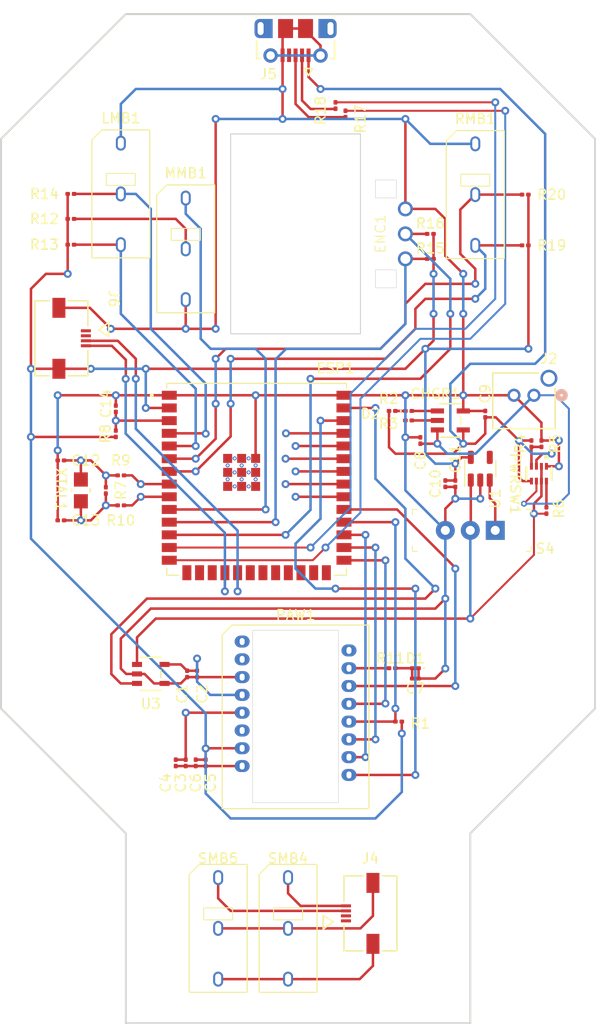
<source format=kicad_pcb>
(kicad_pcb (version 20221018) (generator pcbnew)
  (layers (0 "F.Cu" signal) (31 "B.Cu" signal) (34 "B.Paste" user) (35 "F.Paste" user) (36 "B.SilkS" user "B.Silkscreen") (37 "F.SilkS" user "F.Silkscreen") (38 "B.Mask" user) (39 "F.Mask" user) (44 "Edge.Cuts" user))
  (net 0 "")
  (net 1 "PWR_1.9V")
  (net 2 "VDDREG")
  (net 3 "GND1")
  (net 4 "Net-(D1-A)")
  (net 5 "+BATT")
  (net 6 "VBUS")
  (net 7 "Net-(C12-Pad2)")
  (net 8 "Net-(C13-Pad2)")
  (net 9 "EN")
  (net 10 "SW1_NO")
  (net 11 "SW1_NC")
  (net 12 "SW2_NO")
  (net 13 "Net-(CHGR1-STAT)")
  (net 14 "Net-(CHGR1-VSS)")
  (net 15 "Net-(D2-K)")
  (net 16 "SW2_NC")
  (net 17 "PWR_1.9V_EN")
  (net 18 "SW5_NO")
  (net 19 "SCROLL_UP")
  (net 20 "SCROLL_DOWN")
  (net 21 "SW3_COM")
  (net 22 "SW4_COM")
  (net 23 "XTAL1")
  (net 24 "XTAL2")
  (net 25 "SCROLL_CLICK")
  (net 26 "USB_D-")
  (net 27 "USB_D+")
  (net 28 "LED_R")
  (net 29 "LED_G")
  (net 30 "LED_B")
  (net 38 "NCS")
  (net 39 "MOSI")
  (net 40 "SCLK")
  (net 41 "MISO")
  (net 42 "NRESET")
  (net 43 "TCK")
  (net 44 "TDO")
  (net 45 "TDI")
  (net 46 "TMS")
  (net 47 "RXD0")
  (net 48 "TXD0")
  (net 49 "MOTION")
  (net 50 "Net-(J5-D-)")
  (net 51 "Net-(J5-D+)")
  (net 56 "LED_P")
  (net 58 "PWR_OUT")
  (net 59 "Net-(PWRSW1-PR1)")
  (net 60 "PWRSTAT")
  (net 61 "PWR_EN")
  (net 63 "GND")
  (net 64 "PWR_3.3V")
  (net 69 "PWR_3.3V_OFF")
  (net 70 "SW4_COM_OFF")
  (net 71 "SW3_COM_OFF")
  (net 72 "GND_OFF")
  (footprint "Resistor_SMD:R_0201_0603Metric" (layer "F.Cu") (at 244.2 51.52 180)
    (fp_text reference "R20")
    (fp_text value "10k" hide)
  )
  (footprint "Resistor_SMD:R_0201_0603Metric" (layer "F.Cu") (at 225.2 42.605 -90)
    (fp_text reference "R18")
    (fp_text value "22" hide)
  )
  (footprint "Resistor_SMD:R_0201_0603Metric" (layer "F.Cu") (at 231.52 104.2575)
    (fp_text reference "R1")
    (fp_text value "10k" hide)
  )
  (footprint "Capacitor_SMD:C_0201_0603Metric" (layer "F.Cu") (at 233.2 99.95)
    (fp_text reference "C7")
    (fp_text value "33uF" hide)
  )
  (footprint "Resistor_SMD:R_0201_0603Metric" (layer "F.Cu") (at 202.2 81.12 -90)
    (fp_text reference "R7")
    (fp_text value "??" hide)
  )
  (footprint "Package_TO_SOT_SMD:SOT-23-5" (layer "F.Cu") (at 239.7 78.95 90)
    (fp_text reference "U1")
    (fp_text value "AP2112K-3.3" hide)
  )
  (footprint "Resistor_SMD:R_0201_0603Metric" (layer "F.Cu") (at 232.52 73.169999)
    (fp_text reference "R2")
    (fp_text value "470" hide)
  )
  (footprint "switch_kailh:KailhSw" (layer "F.Cu") (at 210.2 51.87 -90)
    (fp_text reference "MMB1")
    (fp_text value "~" hide)
  )
  (footprint "Resistor_SMD:R_0201_0603Metric" (layer "F.Cu") (at 230.88 98.9175)
    (fp_text reference "R11")
    (fp_text value "5.6" hide)
  )
  (footprint "Resistor_SMD:R_0201_0603Metric" (layer "F.Cu") (at 203.7 82.62 180)
    (fp_text reference "R10")
    (fp_text value "0" hide)
  )
  (footprint "molex_4pin:CON_5051100492_MOL" (layer "F.Cu") (at 228.7 123.45 90)
    (fp_text reference "J4")
    (fp_text value "5051100492" hide)
  )
  (footprint "Resistor_SMD:R_0201_0603Metric" (layer "F.Cu") (at 226.2 43.45 -90)
    (fp_text reference "R17")
    (fp_text value "22" hide)
  )
  (footprint "Capacitor_SMD:C_0201_0603Metric" (layer "F.Cu") (at 237.2 80.45 90)
    (fp_text reference "C11")
    (fp_text value "0.1uF" hide)
  )
  (footprint "Resistor_SMD:R_0201_0603Metric" (layer "F.Cu") (at 203.7 79.62 180)
    (fp_text reference "R9")
    (fp_text value "0" hide)
  )
  (footprint "Capacitor_SMD:C_0201_0603Metric" (layer "F.Cu") (at 233.7 76.13 -90)
    (fp_text reference "C8")
    (fp_text value "4.7uF" hide)
  )
  (footprint "Capacitor_SMD:C_0201_0603Metric" (layer "F.Cu") (at 203.2 72.95 -90)
    (fp_text reference "C14")
    (fp_text value "1uF" hide)
  )
  (footprint "molex_4pin:CON_5051100492_MOL" (layer "F.Cu") (at 197.75 65.900001 -90)
    (fp_text reference "J6")
    (fp_text value "5051100492" hide)
  )
  (footprint "LED_SMD:LED_0201_0603Metric" (layer "F.Cu") (at 230.88 73.169999 180)
    (fp_text reference "D2")
    (fp_text value "LED" hide)
  )
  (footprint "TTC_GOLD_ENCODER:TTC_GOLD_ENCODER" (layer "F.Cu") (at 232.2 55.45 90)
    (fp_text reference "ENC1")
    (fp_text value "~" hide)
    (fp_rect (start -5.4 -3) (end -3.6 -0.9) (stroke (width 0.05)) (fill none) (layer "Edge.Cuts"))
    (fp_rect (start 3.6 -3) (end 5.4 -0.9) (stroke (width 0.05)) (fill none) (layer "Edge.Cuts"))
  )
  (footprint "usb_micro:MOLEX_1050170001" (layer "F.Cu") (at 221.2 33.45 180)
    (fp_text reference "J5")
    (fp_text value "USB_B_Micro" hide)
  )
  (footprint "Resistor_SMD:R_0201_0603Metric" (layer "F.Cu") (at 203.2 75.45 90)
    (fp_text reference "R8")
    (fp_text value "10k" hide)
  )
  (footprint "Resistor_SMD:R_0201_0603Metric" (layer "F.Cu") (at 232.52 74.12)
    (fp_text reference "R3")
    (fp_text value "2k" hide)
  )
  (footprint "switch_kailh:KailhSw" (layer "F.Cu") (at 203.7 46.37 -90)
    (fp_text reference "LMB1")
    (fp_text value "~" hide)
  )
  (footprint "Capacitor_SMD:C_0201_0603Metric" (layer "F.Cu") (at 210.2 108.3875 -90)
    (fp_text reference "C3")
    (fp_text value "100nF" hide)
  )
  (footprint "RT3215_32_768_12_5_TR:RT3215_RAL" (layer "F.Cu") (at 199.7 81.12 -90)
    (fp_text reference "XTAL1")
    (fp_text value "RT3215-32.768-12.5-TR" hide)
  )
  (footprint "Resistor_SMD:R_0201_0603Metric" (layer "F.Cu") (at 198.7 56.53)
    (fp_text reference "R13")
    (fp_text value "10k" hide)
  )
  (footprint "Capacitor_SMD:C_0201_0603Metric" (layer "F.Cu") (at 209.2 108.3875 90)
    (fp_text reference "C4")
    (fp_text value "4.7uF" hide)
  )
  (footprint "switch_kailh:KailhSw" (layer "F.Cu") (at 239.2 46.44 -90)
    (fp_text reference "RMB1")
    (fp_text value "~" hide)
  )
  (footprint "Resistor_SMD:R_0201_0603Metric" (layer "F.Cu") (at 198.7 53.95)
    (fp_text reference "R12")
    (fp_text value "10k" hide)
  )
  (footprint "Capacitor_SMD:C_0201_0603Metric" (layer "F.Cu") (at 236.2 80.45 90)
    (fp_text reference "C10")
    (fp_text value "22uF" hide)
  )
  (footprint "Resistor_SMD:R_0201_0603Metric" (layer "F.Cu") (at 244.824999 76.45 -90)
    (fp_text reference "R4")
    (fp_text value "10k" hide)
  )
  (footprint "Resistor_SMD:R_0201_0603Metric" (layer "F.Cu") (at 234.7 57.95)
    (fp_text reference "R15")
    (fp_text value "10k" hide)
  )
  (footprint "Resistor_SMD:R_0201_0603Metric" (layer "F.Cu") (at 244.2 56.6 180)
    (fp_text reference "R19")
    (fp_text value "10k" hide)
  )
  (footprint "Resistor_SMD:R_0201_0603Metric" (layer "F.Cu") (at 198.7 51.45)
    (fp_text reference "R14")
    (fp_text value "10k" hide)
  )
  (footprint "Resistor_SMD:R_0201_0603Metric" (layer "F.Cu") (at 234.7 55.45)
    (fp_text reference "R16")
    (fp_text value "10k" hide)
  )
  (footprint "switch_kailh:KailhSw" (layer "F.Cu") (at 213.45 119.87 -90)
    (fp_text reference "SMB5")
    (fp_text value "~" hide)
  )
  (footprint "switch_kailh:KailhSw" (layer "F.Cu") (at 220.45 119.87 -90)
    (fp_text reference "SMB4")
    (fp_text value "~" hide)
  )
  (footprint "ESP32-S3-WROOM-1U:ESP32-S3-WROOM-1U" (layer "F.Cu") (at 217.3 80.01)
    (fp_text reference "ESP1")
    (fp_text value "ESP32-S3-WROOM-1U" hide)
  )
  (footprint "Capacitor_SMD:C_0201_0603Metric" (layer "F.Cu") (at 211.3375 99.4875 90)
    (fp_text reference "C1")
    (fp_text value "10uF" hide)
  )
  (footprint "MCP73831T_2ACI_OT:SOT-23-5_MC_MCH" (layer "F.Cu") (at 236.7 74.12)
    (fp_text reference "CHGR1")
    (fp_text value "MCP73831T-2ACI/OT" hide)
  )
  (footprint "Capacitor_SMD:C_0201_0603Metric" (layer "F.Cu") (at 197.7 78.12)
    (fp_text reference "C12")
    (fp_text value "12pF" hide)
  )
  (footprint "LED_SMD:LED_0201_0603Metric" (layer "F.Cu") (at 233.2 98.9175 180)
    (fp_text reference "D1")
    (fp_text value "LED" hide)
  )
  (footprint "TPS78319DDCT:DDC5_TEX" (layer "F.Cu") (at 206.7 99.4875)
    (fp_text reference "U3")
    (fp_text value "TPS78319DDCT" hide)
  )
  (footprint "Capacitor_SMD:C_0201_0603Metric" (layer "F.Cu") (at 210.3375 99.4875 -90)
    (fp_text reference "C2")
    (fp_text value "10uF" hide)
  )
  (footprint "Capacitor_SMD:C_0201_0603Metric" (layer "F.Cu") (at 211.2 108.3875 90)
    (fp_text reference "C6")
    (fp_text value "10uF" hide)
  )
  (footprint "Capacitor_SMD:C_0201_0603Metric" (layer "F.Cu") (at 212.2 108.3875 -90)
    (fp_text reference "C5")
    (fp_text value "100nF" hide)
  )
  (footprint "Resistor_SMD:R_0201_0603Metric" (layer "F.Cu") (at 246.325001 83.13 90)
    (fp_text reference "R6")
    (fp_text value "10k" hide)
  )
  (footprint "conn_bat:CONN_B02B-PASK-1_JST" (layer "F.Cu") (at 245.075 71.6)
    (fp_text reference "J2")
    (fp_text value "B02B-PASK-1" hide)
  )
  (footprint "Capacitor_SMD:C_0201_0603Metric" (layer "F.Cu") (at 240.2 73.489999 -90)
    (fp_text reference "C9")
    (fp_text value "4.7uF" hide)
  )
  (footprint "Resistor_SMD:R_0201_0603Metric" (layer "F.Cu") (at 245.825 76.45 -90)
    (fp_text reference "R5")
    (fp_text value "10k" hide)
  )
  (footprint "digikey-footprints:Switch_Slide_11.6x4mm_EG1218" (layer "F.Cu") (at 241.2 85.12 180)
    (fp_text reference "S4")
    (fp_text value "EG1218" hide)
  )
  (footprint "sensor_paw3395:PAW3395" (layer "F.Cu") (at 226.55 109.5975 -90)
    (fp_text reference "PAW1")
    (fp_text value "~" hide)
    (fp_rect (start -14.48 1.05) (end 2.78 9.65) (stroke (width 0.05)) (fill none) (layer "Edge.Cuts"))
  )
  (footprint "TPS2116DRLR:DRL0008A-MFG" (layer "F.Cu") (at 245.575 79.45 -90)
    (fp_text reference "PWRSW1")
    (fp_text value "TPS2116DRLR" hide)
  )
  (footprint "Capacitor_SMD:C_0201_0603Metric" (layer "F.Cu") (at 197.7 84.12)
    (fp_text reference "C13")
    (fp_text value "12pF" hide)
  )
  (gr_poly (pts (xy 204.2 134.45) (xy 238.7 134.45) (xy 238.7 115.45) (xy 251.2 102.95) (xy 251.2 45.95) (xy 238.7 33.45) (xy 204.2 33.45) (xy 191.7 45.95) (xy 191.7 102.95) (xy 204.2 115.45)) (stroke (width 0.2)) (fill none) (layer "Edge.Cuts"))
  (gr_rect (start 214.7 45.45) (end 227.7 65.45) (stroke (width 0.1)) (fill none) (layer "Edge.Cuts"))
  (segment (start 210.3375 99.1675) (end 209.707499 98.537499) (width 0.25) (layer "F.Cu") (net 1))
  (segment (start 211.3375 99.1675) (end 210.3375 99.1675) (width 0.25) (layer "F.Cu") (net 1))
  (segment (start 209.707499 98.537499) (end 208.07795 98.537499) (width 0.25) (layer "F.Cu") (net 1))
  (segment (start 211.3375 99.1675) (end 211.3375 97.95) (width 0.25) (layer "F.Cu") (net 1))
  (via (at 211.3375 97.95) (size 0.8) (drill 0.4) (layers "F.Cu" "B.Cu") (net 1))
  (segment (start 211.3375 100.26875) (end 212.65625 101.5875) (width 0.25) (layer "B.Cu") (net 1))
  (segment (start 211.3375 97.95) (end 211.3375 100.26875) (width 0.25) (layer "B.Cu") (net 1))
  (segment (start 212.65625 101.5875) (end 215.85 101.5875) (width 0.25) (layer "B.Cu") (net 1))
  (segment (start 210.2 103.3675) (end 215.85 103.3675) (width 0.25) (layer "F.Cu") (net 2))
  (segment (start 210.2 108.0675) (end 210.2 103.3675) (width 0.25) (layer "F.Cu") (net 2))
  (segment (start 209.2 108.0675) (end 210.2 108.0675) (width 0.25) (layer "F.Cu") (net 2))
  (via (at 210.2 103.3675) (size 0.8) (drill 0.4) (layers "F.Cu" "B.Cu") (net 2))
  (segment (start 210.2 108.7075) (end 209.2 108.7075) (width 0.25) (layer "F.Cu") (net 3))
  (segment (start 211.2 108.7075) (end 210.2 108.7075) (width 0.25) (layer "F.Cu") (net 3))
  (segment (start 212.2 108.7075) (end 211.2 108.7075) (width 0.25) (layer "F.Cu") (net 3))
  (segment (start 215.85 108.7075) (end 212.2 108.7075) (width 0.25) (layer "F.Cu") (net 3))
  (segment (start 231.2 98.9175) (end 232.88 98.9175) (width 0.25) (layer "F.Cu") (net 4))
  (segment (start 232.88 98.9175) (end 232.88 99.95) (width 0.25) (layer "F.Cu") (net 4))
  (segment (start 245.325 80.190001) (end 245.325 81.2) (width 0.2) (layer "F.Cu") (net 5))
  (segment (start 235.4046 76.45) (end 233.7 76.45) (width 0.25) (layer "F.Cu") (net 5))
  (segment (start 245.325 81.2) (end 244.075 82.45) (width 0.2) (layer "F.Cu") (net 5))
  (segment (start 235.4046 75.070001) (end 235.4046 76.45) (width 0.25) (layer "F.Cu") (net 5))
  (via (at 244.075 82.45) (size 0.6) (drill 0.3) (layers "F.Cu" "B.Cu") (net 5))
  (via (at 235.4046 76.45) (size 0.8) (drill 0.4) (layers "F.Cu" "B.Cu") (net 5))
  (segment (start 247.575 82.45) (end 248.575 81.45) (width 0.2) (layer "B.Cu") (net 5))
  (segment (start 244.075 82.45) (end 247.575 82.45) (width 0.2) (layer "B.Cu") (net 5))
  (segment (start 236.4046 77.45) (end 239.2 77.45) (width 0.25) (layer "B.Cu") (net 5))
  (segment (start 239.225001 77.45) (end 245.075001 71.6) (width 0.25) (layer "B.Cu") (net 5))
  (segment (start 248.575 72.95) (end 247.225 71.6) (width 0.2) (layer "B.Cu") (net 5))
  (segment (start 248.575 81.45) (end 248.575 72.95) (width 0.2) (layer "B.Cu") (net 5))
  (segment (start 235.4046 76.45) (end 236.4046 77.45) (width 0.25) (layer "B.Cu") (net 5))
  (segment (start 247.225 71.6) (end 245.075001 71.6) (width 0.2) (layer "B.Cu") (net 5))
  (segment (start 230.56 76.81) (end 230.56 73.169999) (width 0.25) (layer "F.Cu") (net 6))
  (segment (start 245.325 78.075) (end 245.95 77.45) (width 0.25) (layer "F.Cu") (net 6))
  (segment (start 240.2 75.45) (end 240.2 73.809999) (width 0.25) (layer "F.Cu") (net 6))
  (segment (start 231.2 77.45) (end 230.56 76.81) (width 0.25) (layer "F.Cu") (net 6))
  (segment (start 243.575 79.825) (end 243.575 76.13) (width 0.25) (layer "F.Cu") (net 6))
  (segment (start 245.95 77.45) (end 246.8505 77.45) (width 0.25) (layer "F.Cu") (net 6))
  (segment (start 222.5 39.75) (end 222.5 37.575) (width 0.25) (layer "F.Cu") (net 6))
  (segment (start 239.2 76.45) (end 240.2 75.45) (width 0.25) (layer "F.Cu") (net 6))
  (segment (start 240.2 73.809999) (end 241.254999 73.809999) (width 0.25) (layer "F.Cu") (net 6))
  (segment (start 237.9954 76.45) (end 239.2 76.45) (width 0.25) (layer "F.Cu") (net 6))
  (segment (start 245.325 78.709999) (end 245.325 78.075) (width 0.25) (layer "F.Cu") (net 6))
  (segment (start 243.940001 80.190001) (end 243.575 79.825) (width 0.25) (layer "F.Cu") (net 6))
  (segment (start 244.824999 80.190001) (end 243.940001 80.190001) (width 0.25) (layer "F.Cu") (net 6))
  (segment (start 223.7 40.95) (end 222.5 39.75) (width 0.25) (layer "F.Cu") (net 6))
  (segment (start 244.824999 76.13) (end 243.575 76.13) (width 0.25) (layer "F.Cu") (net 6))
  (segment (start 241.254999 73.809999) (end 243.575 76.13) (width 0.25) (layer "F.Cu") (net 6))
  (segment (start 243.53 76.175) (end 243.575 76.13) (width 0.25) (layer "F.Cu") (net 6))
  (segment (start 237.9954 76.45) (end 237.9954 75.070001) (width 0.25) (layer "F.Cu") (net 6))
  (segment (start 236.9954 77.45) (end 231.2 77.45) (width 0.25) (layer "F.Cu") (net 6))
  (segment (start 237.9954 76.45) (end 236.9954 77.45) (width 0.25) (layer "F.Cu") (net 6))
  (via (at 246.8505 77.45) (size 0.8) (drill 0.4) (layers "F.Cu" "B.Cu") (net 6))
  (via (at 237.9954 76.45) (size 0.8) (drill 0.4) (layers "F.Cu" "B.Cu") (net 6))
  (via (at 243.575 76.13) (size 0.8) (drill 0.4) (layers "F.Cu" "B.Cu") (net 6))
  (via (at 223.7 40.95) (size 0.8) (drill 0.4) (layers "F.Cu" "B.Cu") (net 6))
  (segment (start 223.7 40.95) (end 241.7 40.95) (width 0.25) (layer "B.Cu") (net 6))
  (segment (start 236.7 70.45) (end 236.7 75.1546) (width 0.25) (layer "B.Cu") (net 6))
  (segment (start 246.8505 77.45) (end 244.895 77.45) (width 0.25) (layer "B.Cu") (net 6))
  (segment (start 246.2 67.45) (end 245.2 68.45) (width 0.25) (layer "B.Cu") (net 6))
  (segment (start 238.7 68.45) (end 236.7 70.45) (width 0.25) (layer "B.Cu") (net 6))
  (segment (start 244.895 77.45) (end 243.575 76.13) (width 0.25) (layer "B.Cu") (net 6))
  (segment (start 245.2 68.45) (end 238.7 68.45) (width 0.25) (layer "B.Cu") (net 6))
  (segment (start 236.7 75.1546) (end 237.9954 76.45) (width 0.25) (layer "B.Cu") (net 6))
  (segment (start 246.2 45.45) (end 246.2 67.45) (width 0.25) (layer "B.Cu") (net 6))
  (segment (start 241.7 40.95) (end 246.2 45.45) (width 0.25) (layer "B.Cu") (net 6))
  (segment (start 199.7 78.12) (end 200.7 78.12) (width 0.25) (layer "F.Cu") (net 7))
  (segment (start 202.2 79.62) (end 203.38 79.62) (width 0.25) (layer "F.Cu") (net 7))
  (segment (start 199.7 78.12) (end 199.7 80.0278) (width 0.25) (layer "F.Cu") (net 7))
  (segment (start 199.7 78.12) (end 198.02 78.12) (width 0.25) (layer "F.Cu") (net 7))
  (segment (start 202.2 80.8) (end 202.2 79.62) (width 0.25) (layer "F.Cu") (net 7))
  (segment (start 200.7 78.12) (end 202.2 79.62) (width 0.25) (layer "F.Cu") (net 7))
  (via (at 202.2 79.62) (size 0.8) (drill 0.4) (layers "F.Cu" "B.Cu") (net 7))
  (via (at 199.7 78.12) (size 0.8) (drill 0.4) (layers "F.Cu" "B.Cu") (net 7))
  (segment (start 202.2 82.62) (end 203.38 82.62) (width 0.25) (layer "F.Cu") (net 8))
  (segment (start 200.7 84.12) (end 202.2 82.62) (width 0.25) (layer "F.Cu") (net 8))
  (segment (start 199.7 84.12) (end 200.7 84.12) (width 0.25) (layer "F.Cu") (net 8))
  (segment (start 199.7 84.12) (end 199.7 82.2122) (width 0.25) (layer "F.Cu") (net 8))
  (segment (start 202.2 82.62) (end 202.2 81.44) (width 0.25) (layer "F.Cu") (net 8))
  (segment (start 198.02 84.12) (end 199.7 84.12) (width 0.25) (layer "F.Cu") (net 8))
  (via (at 199.7 84.12) (size 0.8) (drill 0.4) (layers "F.Cu" "B.Cu") (net 8))
  (via (at 202.2 82.62) (size 0.8) (drill 0.4) (layers "F.Cu" "B.Cu") (net 8))
  (segment (start 203.2 74.14) (end 208.55 74.14) (width 0.25) (layer "F.Cu") (net 9))
  (segment (start 203.2 73.27) (end 203.2 74.14) (width 0.25) (layer "F.Cu") (net 9))
  (segment (start 203.2 75.13) (end 203.2 74.14) (width 0.25) (layer "F.Cu") (net 9))
  (via (at 203.2 74.14) (size 0.8) (drill 0.4) (layers "F.Cu" "B.Cu") (net 9))
  (segment (start 199.02 51.45) (end 203.7 51.45) (width 0.25) (layer "F.Cu") (net 10))
  (segment (start 212.2 75.45) (end 212.16 75.41) (width 0.25) (layer "F.Cu") (net 10))
  (segment (start 212.16 75.41) (end 208.55 75.41) (width 0.25) (layer "F.Cu") (net 10))
  (via (at 212.2 75.45) (size 0.8) (drill 0.4) (layers "F.Cu" "B.Cu") (net 10))
  (segment (start 205.2 51.45) (end 203.7 51.45) (width 0.25) (layer "B.Cu") (net 10))
  (segment (start 206.7 64.95) (end 206.7 52.95) (width 0.25) (layer "B.Cu") (net 10))
  (segment (start 212.2 70.45) (end 206.7 64.95) (width 0.25) (layer "B.Cu") (net 10))
  (segment (start 212.2 75.45) (end 212.2 70.45) (width 0.25) (layer "B.Cu") (net 10))
  (segment (start 206.7 52.95) (end 205.2 51.45) (width 0.25) (layer "B.Cu") (net 10))
  (segment (start 203.7 56.53) (end 199.02 56.53) (width 0.25) (layer "F.Cu") (net 11))
  (segment (start 211.2 76.68) (end 208.55 76.68) (width 0.25) (layer "F.Cu") (net 11))
  (via (at 211.2 76.68) (size 0.8) (drill 0.4) (layers "F.Cu" "B.Cu") (net 11))
  (segment (start 211.2 70.95) (end 203.7 63.45) (width 0.25) (layer "B.Cu") (net 11))
  (segment (start 211.2 76.68) (end 211.2 70.95) (width 0.25) (layer "B.Cu") (net 11))
  (segment (start 203.7 63.45) (end 203.7 56.53) (width 0.25) (layer "B.Cu") (net 11))
  (segment (start 239.13 51.52) (end 239.2 51.52) (width 0.25) (layer "F.Cu") (net 12))
  (segment (start 213.2 72.45) (end 213.2 75.95) (width 0.25) (layer "F.Cu") (net 12))
  (segment (start 232.2 62.45) (end 234.2 60.45) (width 0.25) (layer "F.Cu") (net 12))
  (segment (start 237.7 57.45) (end 237.7 53.02) (width 0.25) (layer "F.Cu") (net 12))
  (segment (start 229.7 66.95) (end 232.2 64.45) (width 0.25) (layer "F.Cu") (net 12))
  (segment (start 243.88 51.52) (end 239.2 51.52) (width 0.25) (layer "F.Cu") (net 12))
  (segment (start 213.2 75.95) (end 211.2 77.95) (width 0.25) (layer "F.Cu") (net 12))
  (segment (start 214.2 66.95) (end 229.7 66.95) (width 0.25) (layer "F.Cu") (net 12))
  (segment (start 234.2 60.45) (end 239.2 60.45) (width 0.25) (layer "F.Cu") (net 12))
  (segment (start 237.7 53.02) (end 239.2 51.52) (width 0.25) (layer "F.Cu") (net 12))
  (segment (start 208.55 77.95) (end 211.2 77.95) (width 0.25) (layer "F.Cu") (net 12))
  (segment (start 232.2 64.45) (end 232.2 62.45) (width 0.25) (layer "F.Cu") (net 12))
  (segment (start 213.2 67.95) (end 214.2 66.95) (width 0.25) (layer "F.Cu") (net 12))
  (segment (start 239.2 58.95) (end 237.7 57.45) (width 0.25) (layer "F.Cu") (net 12))
  (segment (start 239.2 60.45) (end 239.2 58.95) (width 0.25) (layer "F.Cu") (net 12))
  (via (at 213.2 72.45) (size 0.8) (drill 0.4) (layers "F.Cu" "B.Cu") (net 12))
  (via (at 239.2 60.45) (size 0.8) (drill 0.4) (layers "F.Cu" "B.Cu") (net 12))
  (via (at 213.2 67.95) (size 0.8) (drill 0.4) (layers "F.Cu" "B.Cu") (net 12))
  (via (at 211.2 77.95) (size 0.8) (drill 0.4) (layers "F.Cu" "B.Cu") (net 12))
  (segment (start 213.2 72.45) (end 213.2 67.95) (width 0.25) (layer "B.Cu") (net 12))
  (segment (start 233.02 73.169999) (end 235.4046 73.169999) (width 0.25) (layer "F.Cu") (net 13))
  (segment (start 233.02 74.12) (end 235.4046 74.12) (width 0.25) (layer "F.Cu") (net 14))
  (segment (start 231.2 73.169999) (end 232.2 73.169999) (width 0.25) (layer "F.Cu") (net 15))
  (segment (start 214.7 75.72) (end 214.7 72.45) (width 0.25) (layer "F.Cu") (net 16))
  (segment (start 233.2 62.95) (end 234.2 61.95) (width 0.25) (layer "F.Cu") (net 16))
  (segment (start 234.2 61.95) (end 239.2 61.95) (width 0.25) (layer "F.Cu") (net 16))
  (segment (start 211.2 79.22) (end 208.55 79.22) (width 0.25) (layer "F.Cu") (net 16))
  (segment (start 211.2 79.22) (end 214.7 75.72) (width 0.25) (layer "F.Cu") (net 16))
  (segment (start 243.88 56.6) (end 239.2 56.6) (width 0.25) (layer "F.Cu") (net 16))
  (segment (start 233.2 64.95) (end 233.2 62.95) (width 0.25) (layer "F.Cu") (net 16))
  (segment (start 214.7 67.95) (end 230.2 67.95) (width 0.25) (layer "F.Cu") (net 16))
  (segment (start 230.2 67.95) (end 233.2 64.95) (width 0.25) (layer "F.Cu") (net 16))
  (via (at 214.7 67.95) (size 0.8) (drill 0.4) (layers "F.Cu" "B.Cu") (net 16))
  (via (at 211.2 79.22) (size 0.8) (drill 0.4) (layers "F.Cu" "B.Cu") (net 16))
  (via (at 239.2 61.95) (size 0.8) (drill 0.4) (layers "F.Cu" "B.Cu") (net 16))
  (via (at 214.7 72.45) (size 0.8) (drill 0.4) (layers "F.Cu" "B.Cu") (net 16))
  (segment (start 240.2 57.6) (end 239.2 56.6) (width 0.25) (layer "B.Cu") (net 16))
  (segment (start 214.7 72.45) (end 214.7 67.95) (width 0.25) (layer "B.Cu") (net 16))
  (segment (start 239.2 61.95) (end 240.2 60.95) (width 0.25) (layer "B.Cu") (net 16))
  (segment (start 240.2 60.95) (end 240.2 57.6) (width 0.25) (layer "B.Cu") (net 16))
  (segment (start 206.313604 91.95) (end 234.2 91.95) (width 0.25) (layer "F.Cu") (net 17))
  (segment (start 205.32205 100.437501) (end 203.687501 100.437501) (width 0.25) (layer "F.Cu") (net 17))
  (segment (start 234.2 91.95) (end 235.2 90.95) (width 0.25) (layer "F.Cu") (net 17))
  (segment (start 202.75 95.513604) (end 206.313604 91.95) (width 0.25) (layer "F.Cu") (net 17))
  (segment (start 203.687501 100.437501) (end 202.75 99.5) (width 0.25) (layer "F.Cu") (net 17))
  (segment (start 229.2 72.87) (end 226.05 72.87) (width 0.25) (layer "F.Cu") (net 17))
  (segment (start 202.75 99.5) (end 202.75 95.513604) (width 0.25) (layer "F.Cu") (net 17))
  (via (at 235.2 90.95) (size 0.8) (drill 0.4) (layers "F.Cu" "B.Cu") (net 17))
  (via (at 229.2 72.87) (size 0.8) (drill 0.4) (layers "F.Cu" "B.Cu") (net 17))
  (segment (start 229.2 72.87) (end 229.2 79.95) (width 0.25) (layer "B.Cu") (net 17))
  (segment (start 229.2 79.95) (end 232.2 82.95) (width 0.25) (layer "B.Cu") (net 17))
  (segment (start 232.2 87.95) (end 235.2 90.95) (width 0.25) (layer "B.Cu") (net 17))
  (segment (start 232.2 82.95) (end 232.2 87.95) (width 0.25) (layer "B.Cu") (net 17))
  (segment (start 199.02 53.95) (end 209.2 53.95) (width 0.25) (layer "F.Cu") (net 18))
  (segment (start 209.2 53.95) (end 210.2 54.95) (width 0.25) (layer "F.Cu") (net 18))
  (segment (start 210.2 54.95) (end 210.2 56.95) (width 0.25) (layer "F.Cu") (net 18))
  (segment (start 219.2 84.3) (end 208.55 84.3) (width 0.25) (layer "F.Cu") (net 19))
  (segment (start 234.38 57.95) (end 232.2 57.95) (width 0.25) (layer "F.Cu") (net 19))
  (via (at 219.2 84.3) (size 0.8) (drill 0.4) (layers "F.Cu" "B.Cu") (net 19))
  (segment (start 232.2 64.45) (end 232.2 57.95) (width 0.25) (layer "B.Cu") (net 19))
  (segment (start 229.7 66.95) (end 232.2 64.45) (width 0.25) (layer "B.Cu") (net 19))
  (segment (start 220.259337 66.95) (end 229.7 66.95) (width 0.25) (layer "B.Cu") (net 19))
  (segment (start 219.2 68.009337) (end 220.259337 66.95) (width 0.25) (layer "B.Cu") (net 19))
  (segment (start 219.2 84.3) (end 219.2 68.009337) (width 0.25) (layer "B.Cu") (net 19))
  (segment (start 236.7 63.45) (end 236.7 66.95) (width 0.25) (layer "F.Cu") (net 20))
  (segment (start 233.7 69.95) (end 222.7 69.95) (width 0.25) (layer "F.Cu") (net 20))
  (segment (start 236.7 66.95) (end 233.7 69.95) (width 0.25) (layer "F.Cu") (net 20))
  (segment (start 220.2 85.57) (end 208.55 85.57) (width 0.25) (layer "F.Cu") (net 20))
  (segment (start 232.2 55.45) (end 234.38 55.45) (width 0.25) (layer "F.Cu") (net 20))
  (via (at 236.7 63.45) (size 0.8) (drill 0.4) (layers "F.Cu" "B.Cu") (net 20))
  (via (at 220.2 85.57) (size 0.8) (drill 0.4) (layers "F.Cu" "B.Cu") (net 20))
  (via (at 222.7 69.95) (size 0.8) (drill 0.4) (layers "F.Cu" "B.Cu") (net 20))
  (segment (start 236.7 59.95) (end 232.2 55.45) (width 0.25) (layer "B.Cu") (net 20))
  (segment (start 236.7 63.45) (end 236.7 59.95) (width 0.25) (layer "B.Cu") (net 20))
  (segment (start 222.7 83.07) (end 220.2 85.57) (width 0.25) (layer "B.Cu") (net 20))
  (segment (start 222.7 69.95) (end 222.7 83.07) (width 0.25) (layer "B.Cu") (net 20))
  (segment (start 205.2 67.95) (end 203.400001 66.150001) (width 0.25) (layer "F.Cu") (net 21))
  (segment (start 215.395 89.36) (end 215.395 91.2255) (width 0.25) (layer "F.Cu") (net 21))
  (segment (start 205.2 69.95) (end 205.2 67.95) (width 0.25) (layer "F.Cu") (net 21))
  (segment (start 203.400001 66.150001) (end 200.2 66.150001) (width 0.25) (layer "F.Cu") (net 21))
  (via (at 205.2 69.95) (size 0.8) (drill 0.4) (layers "F.Cu" "B.Cu") (net 21))
  (via (at 215.395 91.2255) (size 0.8) (drill 0.4) (layers "F.Cu" "B.Cu") (net 21))
  (segment (start 205.2 74.95) (end 215.395 85.145) (width 0.25) (layer "B.Cu") (net 21))
  (segment (start 205.2 69.95) (end 205.2 74.95) (width 0.25) (layer "B.Cu") (net 21))
  (segment (start 215.395 85.145) (end 215.395 91.2255) (width 0.25) (layer "B.Cu") (net 21))
  (segment (start 204.187701 69.962299) (end 204.2 69.95) (width 0.25) (layer "F.Cu") (net 22))
  (segment (start 204.2 68.05) (end 202.800002 66.650002) (width 0.25) (layer "F.Cu") (net 22))
  (segment (start 204.2 69.95) (end 204.2 68.05) (width 0.25) (layer "F.Cu") (net 22))
  (segment (start 214.125 89.36) (end 214.125 91.2255) (width 0.25) (layer "F.Cu") (net 22))
  (segment (start 202.800002 66.650002) (end 200.2 66.650002) (width 0.25) (layer "F.Cu") (net 22))
  (via (at 214.125 91.2255) (size 0.8) (drill 0.4) (layers "F.Cu" "B.Cu") (net 22))
  (via (at 204.187701 69.962299) (size 0.8) (drill 0.4) (layers "F.Cu" "B.Cu") (net 22))
  (segment (start 204.187701 69.962299) (end 204.187701 75.437701) (width 0.25) (layer "B.Cu") (net 22))
  (segment (start 214.132347 91.218153) (end 214.125 91.2255) (width 0.25) (layer "B.Cu") (net 22))
  (segment (start 204.187701 75.437701) (end 214.125 85.375) (width 0.25) (layer "B.Cu") (net 22))
  (segment (start 214.125 85.375) (end 214.125 91.2255) (width 0.25) (layer "B.Cu") (net 22))
  (segment (start 205.7 80.49) (end 208.55 80.49) (width 0.25) (layer "F.Cu") (net 23))
  (segment (start 204.83 79.62) (end 205.7 80.49) (width 0.25) (layer "F.Cu") (net 23))
  (segment (start 204.02 79.62) (end 204.83 79.62) (width 0.25) (layer "F.Cu") (net 23))
  (via (at 205.7 80.49) (size 0.8) (drill 0.4) (layers "F.Cu" "B.Cu") (net 23))
  (segment (start 204.84 82.62) (end 205.7 81.76) (width 0.25) (layer "F.Cu") (net 24))
  (segment (start 204.02 82.62) (end 204.84 82.62) (width 0.25) (layer "F.Cu") (net 24))
  (segment (start 208.55 81.76) (end 205.7 81.76) (width 0.25) (layer "F.Cu") (net 24))
  (via (at 205.7 81.76) (size 0.8) (drill 0.4) (layers "F.Cu" "B.Cu") (net 24))
  (segment (start 218.2 83.03) (end 208.55 83.03) (width 0.25) (layer "F.Cu") (net 25))
  (via (at 218.2 83.03) (size 0.8) (drill 0.4) (layers "F.Cu" "B.Cu") (net 25))
  (segment (start 212.7 66.95) (end 211.7 65.95) (width 0.25) (layer "B.Cu") (net 25))
  (segment (start 218.2 83.03) (end 218.2 67.95) (width 0.25) (layer "B.Cu") (net 25))
  (segment (start 211.7 65.95) (end 211.7 54.95) (width 0.25) (layer "B.Cu") (net 25))
  (segment (start 210.2 53.45) (end 210.2 51.87) (width 0.25) (layer "B.Cu") (net 25))
  (segment (start 217.2 66.95) (end 212.7 66.95) (width 0.25) (layer "B.Cu") (net 25))
  (segment (start 218.2 67.95) (end 217.2 66.95) (width 0.25) (layer "B.Cu") (net 25))
  (segment (start 211.7 54.95) (end 210.2 53.45) (width 0.25) (layer "B.Cu") (net 25))
  (segment (start 222.7 86.84) (end 208.55 86.84) (width 0.2) (layer "F.Cu") (net 26))
  (segment (start 225.2 42.285) (end 241.2 42.285) (width 0.2) (layer "F.Cu") (net 26))
  (via (at 241.2 42.285) (size 0.8) (drill 0.4) (layers "F.Cu" "B.Cu") (net 26))
  (via (at 222.7 86.84) (size 0.8) (drill 0.4) (layers "F.Cu" "B.Cu") (net 26))
  (segment (start 241.2 61.95) (end 241.2 42.285) (width 0.2) (layer "B.Cu") (net 26))
  (segment (start 238.2 64.95) (end 241.2 61.95) (width 0.2) (layer "B.Cu") (net 26))
  (segment (start 222.7 86.84) (end 226.7 82.84) (width 0.2) (layer "B.Cu") (net 26))
  (segment (start 226.7 71.45) (end 233.2 64.95) (width 0.2) (layer "B.Cu") (net 26))
  (segment (start 226.7 82.84) (end 226.7 71.45) (width 0.2) (layer "B.Cu") (net 26))
  (segment (start 233.2 64.95) (end 238.2 64.95) (width 0.2) (layer "B.Cu") (net 26))
  (segment (start 222.93 88.11) (end 208.55 88.11) (width 0.2) (layer "F.Cu") (net 27))
  (segment (start 224.2 86.84) (end 222.93 88.11) (width 0.2) (layer "F.Cu") (net 27))
  (segment (start 226.2 43.13) (end 242.2 43.13) (width 0.2) (layer "F.Cu") (net 27))
  (via (at 242.2 43.13) (size 0.8) (drill 0.4) (layers "F.Cu" "B.Cu") (net 27))
  (via (at 224.2 86.84) (size 0.8) (drill 0.4) (layers "F.Cu" "B.Cu") (net 27))
  (segment (start 233.7 65.95) (end 227.7 71.95) (width 0.2) (layer "B.Cu") (net 27))
  (segment (start 242.2 43.13) (end 242.2 62.45) (width 0.2) (layer "B.Cu") (net 27))
  (segment (start 242.2 62.45) (end 238.7 65.95) (width 0.2) (layer "B.Cu") (net 27))
  (segment (start 227.7 71.95) (end 227.7 83.34) (width 0.2) (layer "B.Cu") (net 27))
  (segment (start 227.7 83.34) (end 224.2 86.84) (width 0.2) (layer "B.Cu") (net 27))
  (segment (start 238.7 65.95) (end 233.7 65.95) (width 0.2) (layer "B.Cu") (net 27))
  (segment (start 230.2 88.12) (end 226.06 88.12) (width 0.25) (layer "F.Cu") (net 38))
  (segment (start 230.2 102.45) (end 230.1725 102.4775) (width 0.25) (layer "F.Cu") (net 38))
  (segment (start 226.06 88.12) (end 226.05 88.11) (width 0.25) (layer "F.Cu") (net 38))
  (segment (start 230.1725 102.4775) (end 226.55 102.4775) (width 0.25) (layer "F.Cu") (net 38))
  (via (at 230.2 88.12) (size 0.8) (drill 0.4) (layers "F.Cu" "B.Cu") (net 38))
  (via (at 230.2 102.45) (size 0.8) (drill 0.4) (layers "F.Cu" "B.Cu") (net 38))
  (segment (start 230.2 88.12) (end 230.2 102.45) (width 0.25) (layer "B.Cu") (net 38))
  (segment (start 229.2 86.84) (end 226.05 86.84) (width 0.25) (layer "F.Cu") (net 39))
  (segment (start 229.2 106.0375) (end 226.55 106.0375) (width 0.25) (layer "F.Cu") (net 39))
  (via (at 229.2 86.84) (size 0.8) (drill 0.4) (layers "F.Cu" "B.Cu") (net 39))
  (via (at 229.2 106.0375) (size 0.8) (drill 0.4) (layers "F.Cu" "B.Cu") (net 39))
  (segment (start 229.2 86.84) (end 229.2 105.95) (width 0.25) (layer "B.Cu") (net 39))
  (segment (start 229.218245 86.58351) (end 229.2 86.601755) (width 0.25) (layer "B.Cu") (net 39))
  (segment (start 228.2 85.57) (end 226.05 85.57) (width 0.25) (layer "F.Cu") (net 40))
  (segment (start 228.2 107.8175) (end 226.55 107.8175) (width 0.25) (layer "F.Cu") (net 40))
  (via (at 228.2 85.57) (size 0.8) (drill 0.4) (layers "F.Cu" "B.Cu") (net 40))
  (via (at 228.2 107.8175) (size 0.8) (drill 0.4) (layers "F.Cu" "B.Cu") (net 40))
  (segment (start 228.2 85.57) (end 228.2 107.95) (width 0.25) (layer "B.Cu") (net 40))
  (segment (start 231.2 104.2575) (end 226.55 104.2575) (width 0.25) (layer "F.Cu") (net 41))
  (segment (start 231.2 104.2575) (end 231.2 102.95) (width 0.25) (layer "F.Cu") (net 41))
  (segment (start 231.2 84.3) (end 226.05 84.3) (width 0.25) (layer "F.Cu") (net 41))
  (via (at 231.2 84.3) (size 0.8) (drill 0.4) (layers "F.Cu" "B.Cu") (net 41))
  (via (at 231.2 102.95) (size 0.8) (drill 0.4) (layers "F.Cu" "B.Cu") (net 41))
  (segment (start 231.2 84.3) (end 231.2 102.95) (width 0.25) (layer "B.Cu") (net 41))
  (segment (start 237.2 88.95) (end 237.2 88.862347) (width 0.25) (layer "F.Cu") (net 42))
  (segment (start 231.367653 83.03) (end 226.05 83.03) (width 0.25) (layer "F.Cu") (net 42))
  (segment (start 226.55 100.6975) (end 237.2 100.6975) (width 0.25) (layer "F.Cu") (net 42))
  (segment (start 237.2 88.862347) (end 231.367653 83.03) (width 0.25) (layer "F.Cu") (net 42))
  (via (at 237.2 88.95) (size 0.8) (drill 0.4) (layers "F.Cu" "B.Cu") (net 42))
  (via (at 237.2 100.6975) (size 0.8) (drill 0.4) (layers "F.Cu" "B.Cu") (net 42))
  (segment (start 237.2 88.95) (end 237.2 100.6975) (width 0.25) (layer "B.Cu") (net 42))
  (segment (start 226.05 81.76) (end 221.2 81.76) (width 0.25) (layer "F.Cu") (net 43))
  (via (at 221.2 81.76) (size 0.8) (drill 0.4) (layers "F.Cu" "B.Cu") (net 43))
  (segment (start 226.05 80.49) (end 220.2 80.49) (width 0.25) (layer "F.Cu") (net 44))
  (via (at 220.2 80.49) (size 0.8) (drill 0.4) (layers "F.Cu" "B.Cu") (net 44))
  (segment (start 226.05 79.22) (end 221.2 79.22) (width 0.25) (layer "F.Cu") (net 45))
  (via (at 221.2 79.22) (size 0.8) (drill 0.4) (layers "F.Cu" "B.Cu") (net 45))
  (segment (start 226.05 77.95) (end 220.2 77.95) (width 0.25) (layer "F.Cu") (net 46))
  (via (at 220.2 77.95) (size 0.8) (drill 0.4) (layers "F.Cu" "B.Cu") (net 46))
  (segment (start 221.2 76.68) (end 226.05 76.68) (width 0.25) (layer "F.Cu") (net 47))
  (via (at 221.2 76.68) (size 0.8) (drill 0.4) (layers "F.Cu" "B.Cu") (net 47))
  (segment (start 220.24 75.41) (end 226.05 75.41) (width 0.25) (layer "F.Cu") (net 48))
  (via (at 220.24 75.41) (size 0.8) (drill 0.4) (layers "F.Cu" "B.Cu") (net 48))
  (segment (start 223.7 74.14) (end 226.05 74.14) (width 0.25) (layer "F.Cu") (net 49))
  (segment (start 233.2 90.95) (end 225.2 90.95) (width 0.25) (layer "F.Cu") (net 49))
  (segment (start 233.2 109.5975) (end 226.55 109.5975) (width 0.25) (layer "F.Cu") (net 49))
  (via (at 233.2 90.95) (size 0.8) (drill 0.4) (layers "F.Cu" "B.Cu") (net 49))
  (via (at 223.7 74.14) (size 0.8) (drill 0.4) (layers "F.Cu" "B.Cu") (net 49))
  (via (at 225.2 90.95) (size 0.8) (drill 0.4) (layers "F.Cu" "B.Cu") (net 49))
  (via (at 233.2 109.5975) (size 0.8) (drill 0.4) (layers "F.Cu" "B.Cu") (net 49))
  (segment (start 221.2 86.45) (end 221.2 88.95) (width 0.25) (layer "B.Cu") (net 49))
  (segment (start 221.2 88.95) (end 223.2 90.95) (width 0.25) (layer "B.Cu") (net 49))
  (segment (start 223.7 83.95) (end 221.2 86.45) (width 0.25) (layer "B.Cu") (net 49))
  (segment (start 223.7 74.14) (end 223.7 83.95) (width 0.25) (layer "B.Cu") (net 49))
  (segment (start 223.2 90.95) (end 225.2 90.95) (width 0.25) (layer "B.Cu") (net 49))
  (segment (start 233.2 109.5975) (end 233.2 90.95) (width 0.25) (layer "B.Cu") (net 49))
  (segment (start 222.7 42.95) (end 225.2 42.95) (width 0.25) (layer "F.Cu") (net 50))
  (segment (start 221.85 37.575) (end 221.85 42.1) (width 0.25) (layer "F.Cu") (net 50))
  (segment (start 221.85 42.1) (end 222.7 42.95) (width 0.25) (layer "F.Cu") (net 50))
  (segment (start 222.52 43.77) (end 226.2 43.77) (width 0.25) (layer "F.Cu") (net 51))
  (segment (start 221.2 42.45) (end 222.52 43.77) (width 0.25) (layer "F.Cu") (net 51))
  (segment (start 221.2 37.575) (end 221.2 42.45) (width 0.25) (layer "F.Cu") (net 51))
  (segment (start 230.56 98.9175) (end 226.55 98.9175) (width 0.25) (layer "F.Cu") (net 56))
  (segment (start 238.75 80.0875) (end 238.75 85.07) (width 0.25) (layer "F.Cu") (net 58))
  (segment (start 205.32205 95.82795) (end 207.2 93.95) (width 0.25) (layer "F.Cu") (net 58))
  (segment (start 245.825 78.709999) (end 245.825 80.190001) (width 0.25) (layer "F.Cu") (net 58))
  (segment (start 205.32205 98.537499) (end 205.32205 95.82795) (width 0.25) (layer "F.Cu") (net 58))
  (segment (start 245.075 87.575) (end 238.7 93.95) (width 0.2) (layer "F.Cu") (net 58))
  (segment (start 207.2 93.95) (end 238.7 93.95) (width 0.25) (layer "F.Cu") (net 58))
  (segment (start 245.075 82.45) (end 245.825 81.7) (width 0.25) (layer "F.Cu") (net 58))
  (segment (start 246.325001 83.45) (end 245.075 83.45) (width 0.2) (layer "F.Cu") (net 58))
  (segment (start 245.075 83.45) (end 245.075 87.575) (width 0.2) (layer "F.Cu") (net 58))
  (segment (start 245.075 83.45) (end 245.075 82.45) (width 0.25) (layer "F.Cu") (net 58))
  (segment (start 245.825 81.7) (end 245.825 80.190001) (width 0.25) (layer "F.Cu") (net 58))
  (via (at 245.075 83.45) (size 0.8) (drill 0.4) (layers "F.Cu" "B.Cu") (net 58))
  (via (at 238.7 93.95) (size 0.8) (drill 0.4) (layers "F.Cu" "B.Cu") (net 58))
  (segment (start 238.7 85.12) (end 238.7 93.95) (width 0.25) (layer "B.Cu") (net 58))
  (segment (start 245.825 76.77) (end 244.824999 76.77) (width 0.25) (layer "F.Cu") (net 59))
  (segment (start 244.824999 76.77) (end 244.824999 78.709999) (width 0.25) (layer "F.Cu") (net 59))
  (segment (start 246.325001 82.81) (end 246.325001 80.190001) (width 0.25) (layer "F.Cu") (net 60))
  (segment (start 240.65 81.9) (end 241.2 82.45) (width 0.25) (layer "F.Cu") (net 61))
  (segment (start 241.2 82.45) (end 241.2 85.12) (width 0.25) (layer "F.Cu") (net 61))
  (segment (start 240.65 80.0875) (end 240.65 81.9) (width 0.25) (layer "F.Cu") (net 61))
  (segment (start 236.2 53.95) (end 235.2 52.95) (width 0.25) (layer "F.Cu") (net 63))
  (segment (start 203.7 95.95) (end 206.7 92.95) (width 0.25) (layer "F.Cu") (net 63))
  (segment (start 243.074999 71.6) (end 237.9954 71.6) (width 0.25) (layer "F.Cu") (net 63))
  (segment (start 236.2 82.95) (end 236.2 85.12) (width 0.25) (layer "F.Cu") (net 63))
  (segment (start 233.52 99.95) (end 235.2 99.95) (width 0.25) (layer "F.Cu") (net 63))
  (segment (start 220.2 34.9) (end 219.9 35.2) (width 0.25) (layer "F.Cu") (net 63))
  (segment (start 235.2 99.95) (end 236.2 98.95) (width 0.25) (layer "F.Cu") (net 63))
  (segment (start 203.2 71.6) (end 208.55 71.6) (width 0.25) (layer "F.Cu") (net 63))
  (segment (start 203.2 72.63) (end 203.2 71.6) (width 0.25) (layer "F.Cu") (net 63))
  (segment (start 197.38 78.12) (end 197.38 84.12) (width 0.25) (layer "F.Cu") (net 63))
  (segment (start 207.023701 100.437501) (end 208.07795 100.437501) (width 0.25) (layer "F.Cu") (net 63))
  (segment (start 233.7 75.81) (end 232.2 75.81) (width 0.25) (layer "F.Cu") (net 63))
  (segment (start 213.2 43.95) (end 213.2 64.95) (width 0.25) (layer "F.Cu") (net 63))
  (segment (start 223.7 36.6) (end 223.7 37.6) (width 0.25) (layer "F.Cu") (net 63))
  (segment (start 235.2 52.95) (end 232.2 52.95) (width 0.25) (layer "F.Cu") (net 63))
  (segment (start 222.2 35.1) (end 223.7 36.6) (width 0.25) (layer "F.Cu") (net 63))
  (segment (start 215.85 99.8075) (end 211.3375 99.8075) (width 0.25) (layer "F.Cu") (net 63))
  (segment (start 236.2 80.77) (end 237.2 80.77) (width 0.25) (layer "F.Cu") (net 63))
  (segment (start 236.2 57.6546) (end 236.2 53.95) (width 0.25) (layer "F.Cu") (net 63))
  (segment (start 219.9 40.95) (end 219.9 37.575) (width 0.25) (layer "F.Cu") (net 63))
  (segment (start 197.38 77.12) (end 197.38 78.12) (width 0.25) (layer "F.Cu") (net 63))
  (segment (start 235.2 92.95) (end 236.2 91.95) (width 0.25) (layer "F.Cu") (net 63))
  (segment (start 245.825 76.13) (end 245.825 74.350001) (width 0.25) (layer "F.Cu") (net 63))
  (segment (start 217.2 71.6) (end 226.05 71.6) (width 0.25) (layer "F.Cu") (net 63))
  (segment (start 205.32205 99.4875) (end 204.2375 99.4875) (width 0.25) (layer "F.Cu") (net 63))
  (segment (start 200.600002 62.850002) (end 197.500001 62.850002) (width 0.25) (layer "F.Cu") (net 63))
  (segment (start 237.9954 63.45) (end 237.9954 71.6) (width 0.25) (layer "F.Cu") (net 63))
  (segment (start 232.2 71.6) (end 226.05 71.6) (width 0.25) (layer "F.Cu") (net 63))
  (segment (start 219.9 43.95) (end 219.9 40.95) (width 0.25) (layer "F.Cu") (net 63))
  (segment (start 232.2 52.95) (end 232.2 43.95) (width 0.25) (layer "F.Cu") (net 63))
  (segment (start 237.2 80.77) (end 237.2 81.95) (width 0.25) (layer "F.Cu") (net 63))
  (segment (start 246.325001 78.709999) (end 247.575 78.709999) (width 0.25) (layer "F.Cu") (net 63))
  (segment (start 233.52 98.9175) (end 233.52 99.95) (width 0.25) (layer "F.Cu") (net 63))
  (segment (start 217.2 71.6) (end 217.2 77.92) (width 0.25) (layer "F.Cu") (net 63))
  (segment (start 237.9954 73.169999) (end 237.9954 71.6) (width 0.25) (layer "F.Cu") (net 63))
  (segment (start 240.2 73.169999) (end 237.9954 73.169999) (width 0.25) (layer "F.Cu") (net 63))
  (segment (start 202.7 64.95) (end 210.2 64.95) (width 0.25) (layer "F.Cu") (net 63))
  (segment (start 222.2 34.9) (end 220.2 34.9) (width 0.25) (layer "F.Cu") (net 63))
  (segment (start 219.9 35.2) (end 219.9 37.575) (width 0.25) (layer "F.Cu") (net 63))
  (segment (start 205.32205 99.4875) (end 206.0737 99.4875) (width 0.25) (layer "F.Cu") (net 63))
  (segment (start 209.707499 100.437501) (end 208.07795 100.437501) (width 0.25) (layer "F.Cu") (net 63))
  (segment (start 204.2375 99.4875) (end 203.7 98.95) (width 0.25) (layer "F.Cu") (net 63))
  (segment (start 203.7 98.95) (end 203.7 95.95) (width 0.25) (layer "F.Cu") (net 63))
  (segment (start 210.3375 99.8075) (end 209.707499 100.437501) (width 0.25) (layer "F.Cu") (net 63))
  (segment (start 237.9954 59.45) (end 236.2 57.6546) (width 0.25) (layer "F.Cu") (net 63))
  (segment (start 237.2 81.95) (end 236.2 82.95) (width 0.25) (layer "F.Cu") (net 63))
  (segment (start 247.575 78.709999) (end 247.575 76.13) (width 0.25) (layer "F.Cu") (net 63))
  (segment (start 206.0737 99.4875) (end 207.023701 100.437501) (width 0.25) (layer "F.Cu") (net 63))
  (segment (start 247.575 76.13) (end 245.825 76.13) (width 0.25) (layer "F.Cu") (net 63))
  (segment (start 217.2 71.6) (end 208.55 71.6) (width 0.25) (layer "F.Cu") (net 63))
  (segment (start 213.2 64.95) (end 210.2 64.95) (width 0.25) (layer "F.Cu") (net 63))
  (segment (start 211.3375 99.8075) (end 210.3375 99.8075) (width 0.25) (layer "F.Cu") (net 63))
  (segment (start 222.2 34.9) (end 222.2 35.1) (width 0.25) (layer "F.Cu") (net 63))
  (segment (start 197.4 71.6) (end 203.2 71.6) (width 0.25) (layer "F.Cu") (net 63))
  (segment (start 232.2 74.12) (end 232.2 75.81) (width 0.25) (layer "F.Cu") (net 63))
  (segment (start 202.7 64.95) (end 200.600002 62.850002) (width 0.25) (layer "F.Cu") (net 63))
  (segment (start 237.9954 71.6) (end 232.2 71.6) (width 0.25) (layer "F.Cu") (net 63))
  (segment (start 210.2 64.95) (end 210.2 62.03) (width 0.25) (layer "F.Cu") (net 63))
  (segment (start 239.7 81.95) (end 239.7 80.0875) (width 0.25) (layer "F.Cu") (net 63))
  (segment (start 245.825 74.350001) (end 243.074999 71.6) (width 0.25) (layer "F.Cu") (net 63))
  (segment (start 206.7 92.95) (end 235.2 92.95) (width 0.25) (layer "F.Cu") (net 63))
  (via (at 232.2 75.81) (size 0.8) (drill 0.4) (layers "F.Cu" "B.Cu") (net 63))
  (via (at 237.2 81.95) (size 0.8) (drill 0.4) (layers "F.Cu" "B.Cu") (net 63))
  (via (at 239.7 81.95) (size 0.8) (drill 0.4) (layers "F.Cu" "B.Cu") (net 63))
  (via (at 213.2 43.95) (size 0.8) (drill 0.4) (layers "F.Cu" "B.Cu") (net 63))
  (via (at 219.9 40.95) (size 0.8) (drill 0.4) (layers "F.Cu" "B.Cu") (net 63))
  (via (at 247.575 76.13) (size 0.8) (drill 0.4) (layers "F.Cu" "B.Cu") (net 63))
  (via (at 217.2 71.6) (size 0.8) (drill 0.4) (layers "F.Cu" "B.Cu") (net 63))
  (via (at 202.7 64.95) (size 0.8) (drill 0.4) (layers "F.Cu" "B.Cu") (net 63))
  (via (at 197.38 71.6) (size 0.8) (drill 0.4) (layers "F.Cu" "B.Cu") (net 63))
  (via (at 219.9 43.95) (size 0.8) (drill 0.4) (layers "F.Cu" "B.Cu") (net 63))
  (via (at 197.38 77.12) (size 0.8) (drill 0.4) (layers "F.Cu" "B.Cu") (net 63))
  (via (at 237.9954 63.45) (size 0.8) (drill 0.4) (layers "F.Cu" "B.Cu") (net 63))
  (via (at 236.2 98.95) (size 0.8) (drill 0.4) (layers "F.Cu" "B.Cu") (net 63))
  (via (at 247.575 78.709999) (size 0.8) (drill 0.4) (layers "F.Cu" "B.Cu") (net 63))
  (via (at 213.2 64.95) (size 0.8) (drill 0.4) (layers "F.Cu" "B.Cu") (net 63))
  (via (at 236.2 91.95) (size 0.8) (drill 0.4) (layers "F.Cu" "B.Cu") (net 63))
  (via (at 203.2 71.6) (size 0.8) (drill 0.4) (layers "F.Cu" "B.Cu") (net 63))
  (via (at 232.2 43.95) (size 0.8) (drill 0.4) (layers "F.Cu" "B.Cu") (net 63))
  (via (at 237.9954 59.45) (size 0.8) (drill 0.4) (layers "F.Cu" "B.Cu") (net 63))
  (via (at 237.9954 71.6) (size 0.8) (drill 0.4) (layers "F.Cu" "B.Cu") (net 63))
  (via (at 232.2 71.6) (size 0.8) (drill 0.4) (layers "F.Cu" "B.Cu") (net 63))
  (via (at 210.2 64.95) (size 0.8) (drill 0.4) (layers "F.Cu" "B.Cu") (net 63))
  (segment (start 197.38 71.62) (end 197.38 77.12) (width 0.25) (layer "B.Cu") (net 63))
  (segment (start 232.2 81.12) (end 236.2 85.12) (width 0.25) (layer "B.Cu") (net 63))
  (segment (start 234.69 46.44) (end 232.2 43.95) (width 0.25) (layer "B.Cu") (net 63))
  (segment (start 236.2 98.95) (end 236.2 91.95) (width 0.25) (layer "B.Cu") (net 63))
  (segment (start 237.9954 59.45) (end 237.9954 63.45) (width 0.25) (layer "B.Cu") (net 63))
  (segment (start 232.2 71.6) (end 232.2 75.81) (width 0.25) (layer "B.Cu") (net 63))
  (segment (start 232.2 43.95) (end 219.9 43.95) (width 0.25) (layer "B.Cu") (net 63))
  (segment (start 232.2 75.81) (end 232.2 81.12) (width 0.25) (layer "B.Cu") (net 63))
  (segment (start 239.2 46.44) (end 234.69 46.44) (width 0.25) (layer "B.Cu") (net 63))
  (segment (start 197.4 71.6) (end 197.38 71.62) (width 0.25) (layer "B.Cu") (net 63))
  (segment (start 218.7 37.6) (end 223.7 37.6) (width 0.25) (layer "B.Cu") (net 63))
  (segment (start 219.9 43.95) (end 213.2 43.95) (width 0.25) (layer "B.Cu") (net 63))
  (segment (start 236.2 91.95) (end 236.2 85.12) (width 0.25) (layer "B.Cu") (net 63))
  (segment (start 205.2 40.95) (end 203.7 42.45) (width 0.25) (layer "B.Cu") (net 63))
  (segment (start 239.7 81.95) (end 237.2 81.95) (width 0.25) (layer "B.Cu") (net 63))
  (segment (start 203.7 42.45) (end 203.7 46.37) (width 0.25) (layer "B.Cu") (net 63))
  (segment (start 219.9 40.95) (end 205.2 40.95) (width 0.25) (layer "B.Cu") (net 63))
  (segment (start 194.7 68.95) (end 194.7 60.95) (width 0.25) (layer "F.Cu") (net 64))
  (segment (start 231.84 105.45) (end 231.84 104.2575) (width 0.25) (layer "F.Cu") (net 64))
  (segment (start 237.8375 77.8125) (end 238.75 77.8125) (width 0.25) (layer "F.Cu") (net 64))
  (segment (start 244.52 66.95) (end 244.52 56.6) (width 0.25) (layer "F.Cu") (net 64))
  (segment (start 206.2 68.95) (end 232.2 68.95) (width 0.25) (layer "F.Cu") (net 64))
  (segment (start 235.02 55.45) (end 235.02 57.95) (width 0.25) (layer "F.Cu") (net 64))
  (segment (start 212.2 106.95) (end 212.2225 106.9275) (width 0.25) (layer "F.Cu") (net 64))
  (segment (start 194.7 60.95) (end 196.2 59.45) (width 0.25) (layer "F.Cu") (net 64))
  (segment (start 194.7 68.95) (end 197.500001 68.95) (width 0.25) (layer "F.Cu") (net 64))
  (segment (start 235.02 66.13) (end 234.2 66.95) (width 0.25) (layer "F.Cu") (net 64))
  (segment (start 198.38 51.45) (end 198.38 53.95) (width 0.25) (layer "F.Cu") (net 64))
  (segment (start 211.2 108.0675) (end 212.2 108.0675) (width 0.25) (layer "F.Cu") (net 64))
  (segment (start 237.2 80.13) (end 237.2 78.45) (width 0.25) (layer "F.Cu") (net 64))
  (segment (start 198.38 56.53) (end 198.38 53.95) (width 0.25) (layer "F.Cu") (net 64))
  (segment (start 235.02 63.45) (end 235.02 66.13) (width 0.25) (layer "F.Cu") (net 64))
  (segment (start 236.2 80.13) (end 237.2 80.13) (width 0.25) (layer "F.Cu") (net 64))
  (segment (start 212.2 108.0675) (end 212.2 106.95) (width 0.25) (layer "F.Cu") (net 64))
  (segment (start 232.2 68.95) (end 234.2 66.95) (width 0.25) (layer "F.Cu") (net 64))
  (segment (start 200.7 68.95) (end 197.500001 68.95) (width 0.25) (layer "F.Cu") (net 64))
  (segment (start 235.02 57.95) (end 235.02 59.45) (width 0.25) (layer "F.Cu") (net 64))
  (segment (start 237.2 78.45) (end 237.8375 77.8125) (width 0.25) (layer "F.Cu") (net 64))
  (segment (start 244.52 51.52) (end 244.52 56.6) (width 0.25) (layer "F.Cu") (net 64))
  (segment (start 206.2 72.87) (end 208.55 72.87) (width 0.25) (layer "F.Cu") (net 64))
  (segment (start 198.38 56.53) (end 198.38 59.45) (width 0.25) (layer "F.Cu") (net 64))
  (segment (start 196.2 59.45) (end 198.38 59.45) (width 0.25) (layer "F.Cu") (net 64))
  (segment (start 212.2225 106.9275) (end 215.85 106.9275) (width 0.25) (layer "F.Cu") (net 64))
  (segment (start 194.7 75.77) (end 203.2 75.77) (width 0.25) (layer "F.Cu") (net 64))
  (via (at 206.2 68.95) (size 0.8) (drill 0.4) (layers "F.Cu" "B.Cu") (net 64))
  (via (at 237.2 78.45) (size 0.8) (drill 0.4) (layers "F.Cu" "B.Cu") (net 64))
  (via (at 244.52 66.95) (size 0.8) (drill 0.4) (layers "F.Cu" "B.Cu") (net 64))
  (via (at 206.2 72.87) (size 0.8) (drill 0.4) (layers "F.Cu" "B.Cu") (net 64))
  (via (at 194.7 68.95) (size 0.8) (drill 0.4) (layers "F.Cu" "B.Cu") (net 64))
  (via (at 198.38 59.45) (size 0.8) (drill 0.4) (layers "F.Cu" "B.Cu") (net 64))
  (via (at 235.02 63.45) (size 0.8) (drill 0.4) (layers "F.Cu" "B.Cu") (net 64))
  (via (at 194.7 75.77) (size 0.8) (drill 0.4) (layers "F.Cu" "B.Cu") (net 64))
  (via (at 212.2 106.95) (size 0.8) (drill 0.4) (layers "F.Cu" "B.Cu") (net 64))
  (via (at 200.7 68.95) (size 0.8) (drill 0.4) (layers "F.Cu" "B.Cu") (net 64))
  (via (at 231.84 105.45) (size 0.8) (drill 0.4) (layers "F.Cu" "B.Cu") (net 64))
  (via (at 235.02 59.45) (size 0.8) (drill 0.4) (layers "F.Cu" "B.Cu") (net 64))
  (via (at 234.2 66.95) (size 0.8) (drill 0.4) (layers "F.Cu" "B.Cu") (net 64))
  (segment (start 231.7 105.59) (end 231.84 105.45) (width 0.25) (layer "B.Cu") (net 64))
  (segment (start 234.2 77.45) (end 234.2 66.95) (width 0.25) (layer "B.Cu") (net 64))
  (segment (start 212.2 103.45) (end 194.7 85.95) (width 0.25) (layer "B.Cu") (net 64))
  (segment (start 206.2 68.95) (end 200.7 68.95) (width 0.25) (layer "B.Cu") (net 64))
  (segment (start 194.7 75.77) (end 194.7 68.95) (width 0.25) (layer "B.Cu") (net 64))
  (segment (start 235.02 59.45) (end 235.02 63.45) (width 0.25) (layer "B.Cu") (net 64))
  (segment (start 212.2 106.95) (end 212.2 103.45) (width 0.25) (layer "B.Cu") (net 64))
  (segment (start 212.2 111.45) (end 214.7 113.95) (width 0.25) (layer "B.Cu") (net 64))
  (segment (start 212.2 106.95) (end 212.2 111.45) (width 0.25) (layer "B.Cu") (net 64))
  (segment (start 200.7 68.749999) (end 200.713605 68.763604) (width 0.25) (layer "B.Cu") (net 64))
  (segment (start 237.2 78.45) (end 235.2 78.45) (width 0.25) (layer "B.Cu") (net 64))
  (segment (start 229.2 113.95) (end 231.84 111.31) (width 0.25) (layer "B.Cu") (net 64))
  (segment (start 235.2 78.45) (end 234.2 77.45) (width 0.25) (layer "B.Cu") (net 64))
  (segment (start 234.2 66.95) (end 244.52 66.95) (width 0.25) (layer "B.Cu") (net 64))
  (segment (start 231.84 111.31) (end 231.84 105.45) (width 0.25) (layer "B.Cu") (net 64))
  (segment (start 206.2 68.95) (end 206.2 72.87) (width 0.25) (layer "B.Cu") (net 64))
  (segment (start 194.7 85.95) (end 194.7 75.77) (width 0.25) (layer "B.Cu") (net 64))
  (segment (start 214.7 113.95) (end 229.2 113.95) (width 0.25) (layer "B.Cu") (net 64))
  (segment (start 227.7 124.95) (end 220.45 124.95) (width 0.25) (layer "F.Cu") (net 69))
  (segment (start 228.949999 123.700001) (end 227.7 124.95) (width 0.25) (layer "F.Cu") (net 69))
  (segment (start 228.949999 120.400001) (end 228.949999 123.700001) (width 0.25) (layer "F.Cu") (net 69))
  (segment (start 220.45 124.95) (end 213.45 124.95) (width 0.25) (layer "F.Cu") (net 69))
  (segment (start 226.25 123.2) (end 214.7 123.2) (width 0.25) (layer "F.Cu") (net 70))
  (segment (start 214.7 123.2) (end 213.45 121.95) (width 0.25) (layer "F.Cu") (net 70))
  (segment (start 213.45 121.95) (end 213.45 119.87) (width 0.25) (layer "F.Cu") (net 70))
  (segment (start 221.699999 122.699999) (end 220.45 121.45) (width 0.25) (layer "F.Cu") (net 71))
  (segment (start 220.45 121.45) (end 220.45 119.87) (width 0.25) (layer "F.Cu") (net 71))
  (segment (start 226.25 122.699999) (end 221.699999 122.699999) (width 0.25) (layer "F.Cu") (net 71))
  (segment (start 228.949999 128.700001) (end 227.62 130.03) (width 0.25) (layer "F.Cu") (net 72))
  (segment (start 227.62 130.03) (end 220.45 130.03) (width 0.25) (layer "F.Cu") (net 72))
  (segment (start 220.45 130.03) (end 213.45 130.03) (width 0.25) (layer "F.Cu") (net 72))
  (segment (start 228.949999 126.499999) (end 228.949999 128.700001) (width 0.25) (layer "F.Cu") (net 72))
)
</source>
